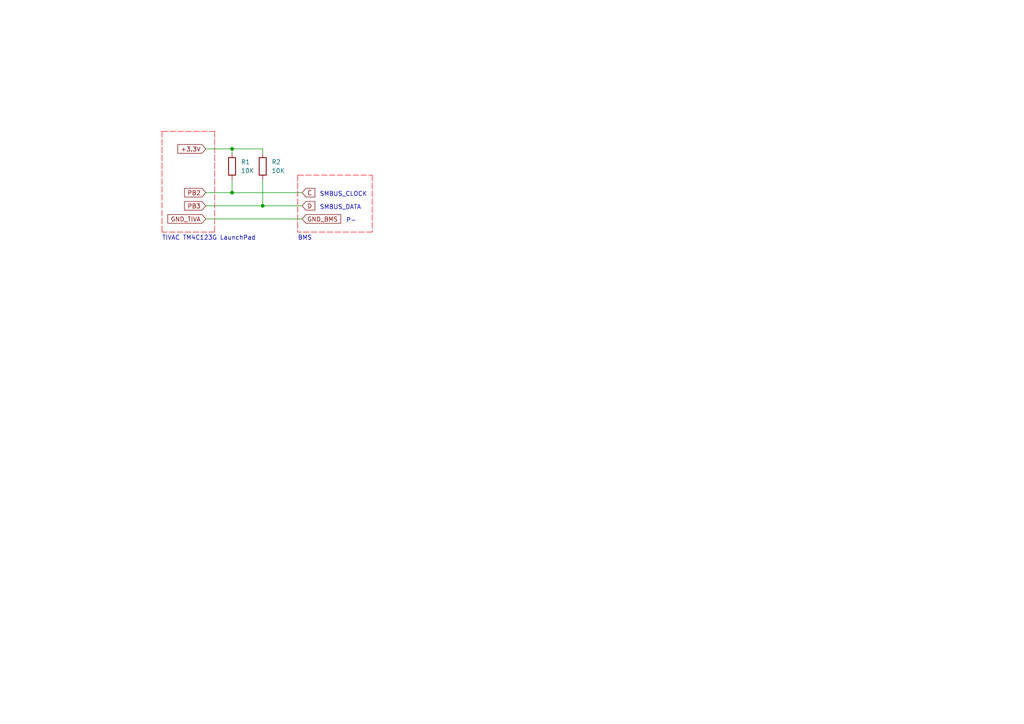
<source format=kicad_sch>
(kicad_sch (version 20211123) (generator eeschema)
  (paper "A4")
  (lib_symbols
    (symbol "Device:R" (pin_numbers hide) (pin_names (offset 0))
      (property "Reference" "R" (at 2.032 0 90))
      (property "Value" "R" (at 0 0 90))
      (symbol "R_0_1"
        (rectangle (start -1.016 -2.54) (end 1.016 2.54) (stroke (width 0.254)))
      )
      (symbol "R_1_1"
        (pin passive line (at 0 3.81 270) (length 1.27) (name "~") (number "1"))
        (pin passive line (at 0 -3.81 90) (length 1.27) (name "~") (number "2"))
      )
    )
  )
  (junction (at 67.31 55.88))
  (junction (at 76.2 59.69))
  (junction (at 67.31 43.18))
  (wire (pts (xy 67.31 52.07) (xy 67.31 55.88)))
  (wire (pts (xy 86.36 50.8) (xy 86.36 67.31)) (stroke (width 0) (type dash) (color 255 0 0 1)))
  (wire (pts (xy 62.23 67.31) (xy 46.99 67.31)) (stroke (width 0) (type dash) (color 255 0 0 1)))
  (wire (pts (xy 67.31 55.88) (xy 87.63 55.88)))
  (wire (pts (xy 59.69 43.18) (xy 67.31 43.18)))
  (wire (pts (xy 46.99 38.1) (xy 46.99 67.31)) (stroke (width 0) (type dash) (color 255 0 0 1)))
  (wire (pts (xy 59.69 55.88) (xy 67.31 55.88)))
  (wire (pts (xy 86.36 50.8) (xy 107.95 50.8)) (stroke (width 0) (type dash) (color 255 0 0 1)))
  (wire (pts (xy 76.2 43.18) (xy 76.2 44.45)))
  (wire (pts (xy 59.69 59.69) (xy 76.2 59.69)))
  (wire (pts (xy 76.2 59.69) (xy 87.63 59.69)))
  (wire (pts (xy 107.95 50.8) (xy 107.95 67.31)) (stroke (width 0) (type dash) (color 255 0 0 1)))
  (wire (pts (xy 46.99 38.1) (xy 62.23 38.1)) (stroke (width 0) (type dash) (color 255 0 0 1)))
  (wire (pts (xy 67.31 43.18) (xy 76.2 43.18)))
  (wire (pts (xy 107.95 67.31) (xy 86.36 67.31)) (stroke (width 0) (type dash) (color 255 0 0 1)))
  (wire (pts (xy 67.31 43.18) (xy 67.31 44.45)))
  (wire (pts (xy 76.2 52.07) (xy 76.2 59.69)))
  (wire (pts (xy 62.23 38.1) (xy 62.23 67.31)) (stroke (width 0) (type dash) (color 255 0 0 1)))
  (wire (pts (xy 59.69 63.5) (xy 87.63 63.5)))
  (text "BMS" (at 86.36 69.85 0) (effects (font (size 1.27 1.27)) (justify left bottom)))
  (text "SMBUS_DATA" (at 92.71 60.96 0) (effects (font (size 1.27 1.27)) (justify left bottom)))
  (text "TIVAC TM4C123G LaunchPad" (at 46.99 69.85 0) (effects (font (size 1.27 1.27)) (justify left bottom)))
  (text "SMBUS_CLOCK" (at 92.71 57.15 0) (effects (font (size 1.27 1.27)) (justify left bottom)))
  (text "P-" (at 100.33 64.77 0) (effects (font (size 1.27 1.27)) (justify left bottom)))
  (global_label "PB3" (shape input) (at 59.69 59.69 180) (property "Intersheet References" "${INTERSHEET_REFS}" (effects hide)))
  (global_label "GND_BMS" (shape input) (at 87.63 63.5 0) (property "Intersheet References" "${INTERSHEET_REFS}" (effects hide)))
  (global_label "GND_TIVA" (shape input) (at 59.69 63.5 180) (property "Intersheet References" "${INTERSHEET_REFS}" (effects hide)))
  (global_label "PB2" (shape input) (at 59.69 55.88 180) (property "Intersheet References" "${INTERSHEET_REFS}" (effects hide)))
  (global_label "C" (shape input) (at 87.63 55.88 0) (property "Intersheet References" "${INTERSHEET_REFS}" (effects hide)))
  (global_label "+3.3V" (shape input) (at 59.69 43.18 180) (property "Intersheet References" "${INTERSHEET_REFS}" (effects hide)))
  (global_label "D" (shape input) (at 87.63 59.69 0) (property "Intersheet References" "${INTERSHEET_REFS}" (effects hide)))
  (symbol (lib_id "Device:R") (at 67.31 48.26 0) (unit 1)
    (property "Reference" "R1" (at 69.85 46.9899 0) (effects (justify left)))
    (property "Value" "10K" (at 69.85 49.5299 0) (effects (justify left)))
  )
  (symbol (lib_id "Device:R") (at 76.2 48.26 0) (unit 1)
    (property "Reference" "R2" (at 78.74 46.9899 0) (effects (justify left)))
    (property "Value" "10K" (at 78.74 49.5299 0) (effects (justify left)))
  )
)
</source>
